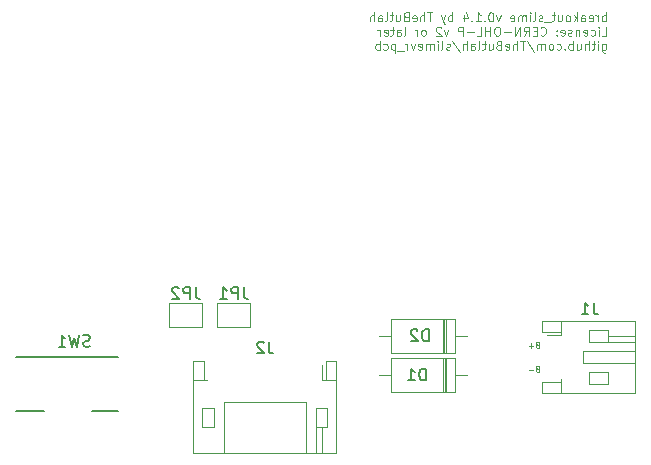
<source format=gbr>
%TF.GenerationSoftware,KiCad,Pcbnew,(6.0.2)*%
%TF.CreationDate,2022-05-25T22:27:01-04:00*%
%TF.ProjectId,breakout_slime,62726561-6b6f-4757-945f-736c696d652e,v0.1.4*%
%TF.SameCoordinates,Original*%
%TF.FileFunction,Legend,Bot*%
%TF.FilePolarity,Positive*%
%FSLAX46Y46*%
G04 Gerber Fmt 4.6, Leading zero omitted, Abs format (unit mm)*
G04 Created by KiCad (PCBNEW (6.0.2)) date 2022-05-25 22:27:01*
%MOMM*%
%LPD*%
G01*
G04 APERTURE LIST*
%ADD10C,0.100000*%
%ADD11C,0.125000*%
%ADD12C,0.150000*%
%ADD13C,0.120000*%
G04 APERTURE END LIST*
D10*
X94380809Y-59527285D02*
X94309380Y-59551095D01*
X94285571Y-59574904D01*
X94261761Y-59622523D01*
X94261761Y-59693952D01*
X94285571Y-59741571D01*
X94309380Y-59765380D01*
X94357000Y-59789190D01*
X94547476Y-59789190D01*
X94547476Y-59289190D01*
X94380809Y-59289190D01*
X94333190Y-59313000D01*
X94309380Y-59336809D01*
X94285571Y-59384428D01*
X94285571Y-59432047D01*
X94309380Y-59479666D01*
X94333190Y-59503476D01*
X94380809Y-59527285D01*
X94547476Y-59527285D01*
X94047476Y-59598714D02*
X93666523Y-59598714D01*
X94380809Y-57495285D02*
X94309380Y-57519095D01*
X94285571Y-57542904D01*
X94261761Y-57590523D01*
X94261761Y-57661952D01*
X94285571Y-57709571D01*
X94309380Y-57733380D01*
X94357000Y-57757190D01*
X94547476Y-57757190D01*
X94547476Y-57257190D01*
X94380809Y-57257190D01*
X94333190Y-57281000D01*
X94309380Y-57304809D01*
X94285571Y-57352428D01*
X94285571Y-57400047D01*
X94309380Y-57447666D01*
X94333190Y-57471476D01*
X94380809Y-57495285D01*
X94547476Y-57495285D01*
X94047476Y-57566714D02*
X93666523Y-57566714D01*
X93857000Y-57757190D02*
X93857000Y-57376238D01*
D11*
X100197178Y-30119785D02*
X100197178Y-29369785D01*
X100197178Y-29655500D02*
X100125750Y-29619785D01*
X99982892Y-29619785D01*
X99911464Y-29655500D01*
X99875750Y-29691214D01*
X99840035Y-29762642D01*
X99840035Y-29976928D01*
X99875750Y-30048357D01*
X99911464Y-30084071D01*
X99982892Y-30119785D01*
X100125750Y-30119785D01*
X100197178Y-30084071D01*
X99518607Y-30119785D02*
X99518607Y-29619785D01*
X99518607Y-29762642D02*
X99482892Y-29691214D01*
X99447178Y-29655500D01*
X99375750Y-29619785D01*
X99304321Y-29619785D01*
X98768607Y-30084071D02*
X98840035Y-30119785D01*
X98982892Y-30119785D01*
X99054321Y-30084071D01*
X99090035Y-30012642D01*
X99090035Y-29726928D01*
X99054321Y-29655500D01*
X98982892Y-29619785D01*
X98840035Y-29619785D01*
X98768607Y-29655500D01*
X98732892Y-29726928D01*
X98732892Y-29798357D01*
X99090035Y-29869785D01*
X98090035Y-30119785D02*
X98090035Y-29726928D01*
X98125750Y-29655500D01*
X98197178Y-29619785D01*
X98340035Y-29619785D01*
X98411464Y-29655500D01*
X98090035Y-30084071D02*
X98161464Y-30119785D01*
X98340035Y-30119785D01*
X98411464Y-30084071D01*
X98447178Y-30012642D01*
X98447178Y-29941214D01*
X98411464Y-29869785D01*
X98340035Y-29834071D01*
X98161464Y-29834071D01*
X98090035Y-29798357D01*
X97732892Y-30119785D02*
X97732892Y-29369785D01*
X97661464Y-29834071D02*
X97447178Y-30119785D01*
X97447178Y-29619785D02*
X97732892Y-29905500D01*
X97018607Y-30119785D02*
X97090035Y-30084071D01*
X97125750Y-30048357D01*
X97161464Y-29976928D01*
X97161464Y-29762642D01*
X97125750Y-29691214D01*
X97090035Y-29655500D01*
X97018607Y-29619785D01*
X96911464Y-29619785D01*
X96840035Y-29655500D01*
X96804321Y-29691214D01*
X96768607Y-29762642D01*
X96768607Y-29976928D01*
X96804321Y-30048357D01*
X96840035Y-30084071D01*
X96911464Y-30119785D01*
X97018607Y-30119785D01*
X96125750Y-29619785D02*
X96125750Y-30119785D01*
X96447178Y-29619785D02*
X96447178Y-30012642D01*
X96411464Y-30084071D01*
X96340035Y-30119785D01*
X96232892Y-30119785D01*
X96161464Y-30084071D01*
X96125750Y-30048357D01*
X95875750Y-29619785D02*
X95590035Y-29619785D01*
X95768607Y-29369785D02*
X95768607Y-30012642D01*
X95732892Y-30084071D01*
X95661464Y-30119785D01*
X95590035Y-30119785D01*
X95518607Y-30191214D02*
X94947178Y-30191214D01*
X94804321Y-30084071D02*
X94732892Y-30119785D01*
X94590035Y-30119785D01*
X94518607Y-30084071D01*
X94482892Y-30012642D01*
X94482892Y-29976928D01*
X94518607Y-29905500D01*
X94590035Y-29869785D01*
X94697178Y-29869785D01*
X94768607Y-29834071D01*
X94804321Y-29762642D01*
X94804321Y-29726928D01*
X94768607Y-29655500D01*
X94697178Y-29619785D01*
X94590035Y-29619785D01*
X94518607Y-29655500D01*
X94054321Y-30119785D02*
X94125750Y-30084071D01*
X94161464Y-30012642D01*
X94161464Y-29369785D01*
X93768607Y-30119785D02*
X93768607Y-29619785D01*
X93768607Y-29369785D02*
X93804321Y-29405500D01*
X93768607Y-29441214D01*
X93732892Y-29405500D01*
X93768607Y-29369785D01*
X93768607Y-29441214D01*
X93411464Y-30119785D02*
X93411464Y-29619785D01*
X93411464Y-29691214D02*
X93375750Y-29655500D01*
X93304321Y-29619785D01*
X93197178Y-29619785D01*
X93125750Y-29655500D01*
X93090035Y-29726928D01*
X93090035Y-30119785D01*
X93090035Y-29726928D02*
X93054321Y-29655500D01*
X92982892Y-29619785D01*
X92875750Y-29619785D01*
X92804321Y-29655500D01*
X92768607Y-29726928D01*
X92768607Y-30119785D01*
X92125750Y-30084071D02*
X92197178Y-30119785D01*
X92340035Y-30119785D01*
X92411464Y-30084071D01*
X92447178Y-30012642D01*
X92447178Y-29726928D01*
X92411464Y-29655500D01*
X92340035Y-29619785D01*
X92197178Y-29619785D01*
X92125750Y-29655500D01*
X92090035Y-29726928D01*
X92090035Y-29798357D01*
X92447178Y-29869785D01*
X91268607Y-29619785D02*
X91090035Y-30119785D01*
X90911464Y-29619785D01*
X90482892Y-29369785D02*
X90411464Y-29369785D01*
X90340035Y-29405500D01*
X90304321Y-29441214D01*
X90268607Y-29512642D01*
X90232892Y-29655500D01*
X90232892Y-29834071D01*
X90268607Y-29976928D01*
X90304321Y-30048357D01*
X90340035Y-30084071D01*
X90411464Y-30119785D01*
X90482892Y-30119785D01*
X90554321Y-30084071D01*
X90590035Y-30048357D01*
X90625750Y-29976928D01*
X90661464Y-29834071D01*
X90661464Y-29655500D01*
X90625750Y-29512642D01*
X90590035Y-29441214D01*
X90554321Y-29405500D01*
X90482892Y-29369785D01*
X89911464Y-30048357D02*
X89875750Y-30084071D01*
X89911464Y-30119785D01*
X89947178Y-30084071D01*
X89911464Y-30048357D01*
X89911464Y-30119785D01*
X89161464Y-30119785D02*
X89590035Y-30119785D01*
X89375750Y-30119785D02*
X89375750Y-29369785D01*
X89447178Y-29476928D01*
X89518607Y-29548357D01*
X89590035Y-29584071D01*
X88840035Y-30048357D02*
X88804321Y-30084071D01*
X88840035Y-30119785D01*
X88875750Y-30084071D01*
X88840035Y-30048357D01*
X88840035Y-30119785D01*
X88161464Y-29619785D02*
X88161464Y-30119785D01*
X88340035Y-29334071D02*
X88518607Y-29869785D01*
X88054321Y-29869785D01*
X87197178Y-30119785D02*
X87197178Y-29369785D01*
X87197178Y-29655500D02*
X87125750Y-29619785D01*
X86982892Y-29619785D01*
X86911464Y-29655500D01*
X86875750Y-29691214D01*
X86840035Y-29762642D01*
X86840035Y-29976928D01*
X86875750Y-30048357D01*
X86911464Y-30084071D01*
X86982892Y-30119785D01*
X87125750Y-30119785D01*
X87197178Y-30084071D01*
X86590035Y-29619785D02*
X86411464Y-30119785D01*
X86232892Y-29619785D02*
X86411464Y-30119785D01*
X86482892Y-30298357D01*
X86518607Y-30334071D01*
X86590035Y-30369785D01*
X85482892Y-29369785D02*
X85054321Y-29369785D01*
X85268607Y-30119785D02*
X85268607Y-29369785D01*
X84804321Y-30119785D02*
X84804321Y-29369785D01*
X84482892Y-30119785D02*
X84482892Y-29726928D01*
X84518607Y-29655500D01*
X84590035Y-29619785D01*
X84697178Y-29619785D01*
X84768607Y-29655500D01*
X84804321Y-29691214D01*
X83840035Y-30084071D02*
X83911464Y-30119785D01*
X84054321Y-30119785D01*
X84125750Y-30084071D01*
X84161464Y-30012642D01*
X84161464Y-29726928D01*
X84125750Y-29655500D01*
X84054321Y-29619785D01*
X83911464Y-29619785D01*
X83840035Y-29655500D01*
X83804321Y-29726928D01*
X83804321Y-29798357D01*
X84161464Y-29869785D01*
X83232892Y-29726928D02*
X83125750Y-29762642D01*
X83090035Y-29798357D01*
X83054321Y-29869785D01*
X83054321Y-29976928D01*
X83090035Y-30048357D01*
X83125750Y-30084071D01*
X83197178Y-30119785D01*
X83482892Y-30119785D01*
X83482892Y-29369785D01*
X83232892Y-29369785D01*
X83161464Y-29405500D01*
X83125750Y-29441214D01*
X83090035Y-29512642D01*
X83090035Y-29584071D01*
X83125750Y-29655500D01*
X83161464Y-29691214D01*
X83232892Y-29726928D01*
X83482892Y-29726928D01*
X82411464Y-29619785D02*
X82411464Y-30119785D01*
X82732892Y-29619785D02*
X82732892Y-30012642D01*
X82697178Y-30084071D01*
X82625750Y-30119785D01*
X82518607Y-30119785D01*
X82447178Y-30084071D01*
X82411464Y-30048357D01*
X82161464Y-29619785D02*
X81875750Y-29619785D01*
X82054321Y-29369785D02*
X82054321Y-30012642D01*
X82018607Y-30084071D01*
X81947178Y-30119785D01*
X81875750Y-30119785D01*
X81518607Y-30119785D02*
X81590035Y-30084071D01*
X81625750Y-30012642D01*
X81625750Y-29369785D01*
X80911464Y-30119785D02*
X80911464Y-29726928D01*
X80947178Y-29655500D01*
X81018607Y-29619785D01*
X81161464Y-29619785D01*
X81232892Y-29655500D01*
X80911464Y-30084071D02*
X80982892Y-30119785D01*
X81161464Y-30119785D01*
X81232892Y-30084071D01*
X81268607Y-30012642D01*
X81268607Y-29941214D01*
X81232892Y-29869785D01*
X81161464Y-29834071D01*
X80982892Y-29834071D01*
X80911464Y-29798357D01*
X80554321Y-30119785D02*
X80554321Y-29369785D01*
X80232892Y-30119785D02*
X80232892Y-29726928D01*
X80268607Y-29655500D01*
X80340035Y-29619785D01*
X80447178Y-29619785D01*
X80518607Y-29655500D01*
X80554321Y-29691214D01*
X99840035Y-31327285D02*
X100197178Y-31327285D01*
X100197178Y-30577285D01*
X99590035Y-31327285D02*
X99590035Y-30827285D01*
X99590035Y-30577285D02*
X99625750Y-30613000D01*
X99590035Y-30648714D01*
X99554321Y-30613000D01*
X99590035Y-30577285D01*
X99590035Y-30648714D01*
X98911464Y-31291571D02*
X98982892Y-31327285D01*
X99125750Y-31327285D01*
X99197178Y-31291571D01*
X99232892Y-31255857D01*
X99268607Y-31184428D01*
X99268607Y-30970142D01*
X99232892Y-30898714D01*
X99197178Y-30863000D01*
X99125750Y-30827285D01*
X98982892Y-30827285D01*
X98911464Y-30863000D01*
X98304321Y-31291571D02*
X98375750Y-31327285D01*
X98518607Y-31327285D01*
X98590035Y-31291571D01*
X98625750Y-31220142D01*
X98625750Y-30934428D01*
X98590035Y-30863000D01*
X98518607Y-30827285D01*
X98375750Y-30827285D01*
X98304321Y-30863000D01*
X98268607Y-30934428D01*
X98268607Y-31005857D01*
X98625750Y-31077285D01*
X97947178Y-30827285D02*
X97947178Y-31327285D01*
X97947178Y-30898714D02*
X97911464Y-30863000D01*
X97840035Y-30827285D01*
X97732892Y-30827285D01*
X97661464Y-30863000D01*
X97625750Y-30934428D01*
X97625750Y-31327285D01*
X97304321Y-31291571D02*
X97232892Y-31327285D01*
X97090035Y-31327285D01*
X97018607Y-31291571D01*
X96982892Y-31220142D01*
X96982892Y-31184428D01*
X97018607Y-31113000D01*
X97090035Y-31077285D01*
X97197178Y-31077285D01*
X97268607Y-31041571D01*
X97304321Y-30970142D01*
X97304321Y-30934428D01*
X97268607Y-30863000D01*
X97197178Y-30827285D01*
X97090035Y-30827285D01*
X97018607Y-30863000D01*
X96375750Y-31291571D02*
X96447178Y-31327285D01*
X96590035Y-31327285D01*
X96661464Y-31291571D01*
X96697178Y-31220142D01*
X96697178Y-30934428D01*
X96661464Y-30863000D01*
X96590035Y-30827285D01*
X96447178Y-30827285D01*
X96375750Y-30863000D01*
X96340035Y-30934428D01*
X96340035Y-31005857D01*
X96697178Y-31077285D01*
X96018607Y-31255857D02*
X95982892Y-31291571D01*
X96018607Y-31327285D01*
X96054321Y-31291571D01*
X96018607Y-31255857D01*
X96018607Y-31327285D01*
X96018607Y-30863000D02*
X95982892Y-30898714D01*
X96018607Y-30934428D01*
X96054321Y-30898714D01*
X96018607Y-30863000D01*
X96018607Y-30934428D01*
X94661464Y-31255857D02*
X94697178Y-31291571D01*
X94804321Y-31327285D01*
X94875750Y-31327285D01*
X94982892Y-31291571D01*
X95054321Y-31220142D01*
X95090035Y-31148714D01*
X95125750Y-31005857D01*
X95125750Y-30898714D01*
X95090035Y-30755857D01*
X95054321Y-30684428D01*
X94982892Y-30613000D01*
X94875750Y-30577285D01*
X94804321Y-30577285D01*
X94697178Y-30613000D01*
X94661464Y-30648714D01*
X94340035Y-30934428D02*
X94090035Y-30934428D01*
X93982892Y-31327285D02*
X94340035Y-31327285D01*
X94340035Y-30577285D01*
X93982892Y-30577285D01*
X93232892Y-31327285D02*
X93482892Y-30970142D01*
X93661464Y-31327285D02*
X93661464Y-30577285D01*
X93375750Y-30577285D01*
X93304321Y-30613000D01*
X93268607Y-30648714D01*
X93232892Y-30720142D01*
X93232892Y-30827285D01*
X93268607Y-30898714D01*
X93304321Y-30934428D01*
X93375750Y-30970142D01*
X93661464Y-30970142D01*
X92911464Y-31327285D02*
X92911464Y-30577285D01*
X92482892Y-31327285D01*
X92482892Y-30577285D01*
X92125750Y-31041571D02*
X91554321Y-31041571D01*
X91054321Y-30577285D02*
X90911464Y-30577285D01*
X90840035Y-30613000D01*
X90768607Y-30684428D01*
X90732892Y-30827285D01*
X90732892Y-31077285D01*
X90768607Y-31220142D01*
X90840035Y-31291571D01*
X90911464Y-31327285D01*
X91054321Y-31327285D01*
X91125750Y-31291571D01*
X91197178Y-31220142D01*
X91232892Y-31077285D01*
X91232892Y-30827285D01*
X91197178Y-30684428D01*
X91125750Y-30613000D01*
X91054321Y-30577285D01*
X90411464Y-31327285D02*
X90411464Y-30577285D01*
X90411464Y-30934428D02*
X89982892Y-30934428D01*
X89982892Y-31327285D02*
X89982892Y-30577285D01*
X89268607Y-31327285D02*
X89625750Y-31327285D01*
X89625750Y-30577285D01*
X89018607Y-31041571D02*
X88447178Y-31041571D01*
X88090035Y-31327285D02*
X88090035Y-30577285D01*
X87804321Y-30577285D01*
X87732892Y-30613000D01*
X87697178Y-30648714D01*
X87661464Y-30720142D01*
X87661464Y-30827285D01*
X87697178Y-30898714D01*
X87732892Y-30934428D01*
X87804321Y-30970142D01*
X88090035Y-30970142D01*
X86840035Y-30827285D02*
X86661464Y-31327285D01*
X86482892Y-30827285D01*
X86232892Y-30648714D02*
X86197178Y-30613000D01*
X86125750Y-30577285D01*
X85947178Y-30577285D01*
X85875750Y-30613000D01*
X85840035Y-30648714D01*
X85804321Y-30720142D01*
X85804321Y-30791571D01*
X85840035Y-30898714D01*
X86268607Y-31327285D01*
X85804321Y-31327285D01*
X84804321Y-31327285D02*
X84875750Y-31291571D01*
X84911464Y-31255857D01*
X84947178Y-31184428D01*
X84947178Y-30970142D01*
X84911464Y-30898714D01*
X84875750Y-30863000D01*
X84804321Y-30827285D01*
X84697178Y-30827285D01*
X84625750Y-30863000D01*
X84590035Y-30898714D01*
X84554321Y-30970142D01*
X84554321Y-31184428D01*
X84590035Y-31255857D01*
X84625750Y-31291571D01*
X84697178Y-31327285D01*
X84804321Y-31327285D01*
X84232892Y-31327285D02*
X84232892Y-30827285D01*
X84232892Y-30970142D02*
X84197178Y-30898714D01*
X84161464Y-30863000D01*
X84090035Y-30827285D01*
X84018607Y-30827285D01*
X83090035Y-31327285D02*
X83161464Y-31291571D01*
X83197178Y-31220142D01*
X83197178Y-30577285D01*
X82482892Y-31327285D02*
X82482892Y-30934428D01*
X82518607Y-30863000D01*
X82590035Y-30827285D01*
X82732892Y-30827285D01*
X82804321Y-30863000D01*
X82482892Y-31291571D02*
X82554321Y-31327285D01*
X82732892Y-31327285D01*
X82804321Y-31291571D01*
X82840035Y-31220142D01*
X82840035Y-31148714D01*
X82804321Y-31077285D01*
X82732892Y-31041571D01*
X82554321Y-31041571D01*
X82482892Y-31005857D01*
X82232892Y-30827285D02*
X81947178Y-30827285D01*
X82125750Y-30577285D02*
X82125750Y-31220142D01*
X82090035Y-31291571D01*
X82018607Y-31327285D01*
X81947178Y-31327285D01*
X81411464Y-31291571D02*
X81482892Y-31327285D01*
X81625750Y-31327285D01*
X81697178Y-31291571D01*
X81732892Y-31220142D01*
X81732892Y-30934428D01*
X81697178Y-30863000D01*
X81625750Y-30827285D01*
X81482892Y-30827285D01*
X81411464Y-30863000D01*
X81375750Y-30934428D01*
X81375750Y-31005857D01*
X81732892Y-31077285D01*
X81054321Y-31327285D02*
X81054321Y-30827285D01*
X81054321Y-30970142D02*
X81018607Y-30898714D01*
X80982892Y-30863000D01*
X80911464Y-30827285D01*
X80840035Y-30827285D01*
X99875750Y-32034785D02*
X99875750Y-32641928D01*
X99911464Y-32713357D01*
X99947178Y-32749071D01*
X100018607Y-32784785D01*
X100125750Y-32784785D01*
X100197178Y-32749071D01*
X99875750Y-32499071D02*
X99947178Y-32534785D01*
X100090035Y-32534785D01*
X100161464Y-32499071D01*
X100197178Y-32463357D01*
X100232892Y-32391928D01*
X100232892Y-32177642D01*
X100197178Y-32106214D01*
X100161464Y-32070500D01*
X100090035Y-32034785D01*
X99947178Y-32034785D01*
X99875750Y-32070500D01*
X99518607Y-32534785D02*
X99518607Y-32034785D01*
X99518607Y-31784785D02*
X99554321Y-31820500D01*
X99518607Y-31856214D01*
X99482892Y-31820500D01*
X99518607Y-31784785D01*
X99518607Y-31856214D01*
X99268607Y-32034785D02*
X98982892Y-32034785D01*
X99161464Y-31784785D02*
X99161464Y-32427642D01*
X99125750Y-32499071D01*
X99054321Y-32534785D01*
X98982892Y-32534785D01*
X98732892Y-32534785D02*
X98732892Y-31784785D01*
X98411464Y-32534785D02*
X98411464Y-32141928D01*
X98447178Y-32070500D01*
X98518607Y-32034785D01*
X98625749Y-32034785D01*
X98697178Y-32070500D01*
X98732892Y-32106214D01*
X97732892Y-32034785D02*
X97732892Y-32534785D01*
X98054321Y-32034785D02*
X98054321Y-32427642D01*
X98018607Y-32499071D01*
X97947178Y-32534785D01*
X97840035Y-32534785D01*
X97768607Y-32499071D01*
X97732892Y-32463357D01*
X97375749Y-32534785D02*
X97375749Y-31784785D01*
X97375749Y-32070500D02*
X97304321Y-32034785D01*
X97161464Y-32034785D01*
X97090035Y-32070500D01*
X97054321Y-32106214D01*
X97018607Y-32177642D01*
X97018607Y-32391928D01*
X97054321Y-32463357D01*
X97090035Y-32499071D01*
X97161464Y-32534785D01*
X97304321Y-32534785D01*
X97375749Y-32499071D01*
X96697178Y-32463357D02*
X96661464Y-32499071D01*
X96697178Y-32534785D01*
X96732892Y-32499071D01*
X96697178Y-32463357D01*
X96697178Y-32534785D01*
X96018607Y-32499071D02*
X96090035Y-32534785D01*
X96232892Y-32534785D01*
X96304321Y-32499071D01*
X96340035Y-32463357D01*
X96375749Y-32391928D01*
X96375749Y-32177642D01*
X96340035Y-32106214D01*
X96304321Y-32070500D01*
X96232892Y-32034785D01*
X96090035Y-32034785D01*
X96018607Y-32070500D01*
X95590035Y-32534785D02*
X95661464Y-32499071D01*
X95697178Y-32463357D01*
X95732892Y-32391928D01*
X95732892Y-32177642D01*
X95697178Y-32106214D01*
X95661464Y-32070500D01*
X95590035Y-32034785D01*
X95482892Y-32034785D01*
X95411464Y-32070500D01*
X95375749Y-32106214D01*
X95340035Y-32177642D01*
X95340035Y-32391928D01*
X95375749Y-32463357D01*
X95411464Y-32499071D01*
X95482892Y-32534785D01*
X95590035Y-32534785D01*
X95018607Y-32534785D02*
X95018607Y-32034785D01*
X95018607Y-32106214D02*
X94982892Y-32070500D01*
X94911464Y-32034785D01*
X94804321Y-32034785D01*
X94732892Y-32070500D01*
X94697178Y-32141928D01*
X94697178Y-32534785D01*
X94697178Y-32141928D02*
X94661464Y-32070500D01*
X94590035Y-32034785D01*
X94482892Y-32034785D01*
X94411464Y-32070500D01*
X94375749Y-32141928D01*
X94375749Y-32534785D01*
X93482892Y-31749071D02*
X94125749Y-32713357D01*
X93340035Y-31784785D02*
X92911464Y-31784785D01*
X93125749Y-32534785D02*
X93125749Y-31784785D01*
X92661464Y-32534785D02*
X92661464Y-31784785D01*
X92340035Y-32534785D02*
X92340035Y-32141928D01*
X92375749Y-32070500D01*
X92447178Y-32034785D01*
X92554321Y-32034785D01*
X92625749Y-32070500D01*
X92661464Y-32106214D01*
X91697178Y-32499071D02*
X91768607Y-32534785D01*
X91911464Y-32534785D01*
X91982892Y-32499071D01*
X92018607Y-32427642D01*
X92018607Y-32141928D01*
X91982892Y-32070500D01*
X91911464Y-32034785D01*
X91768607Y-32034785D01*
X91697178Y-32070500D01*
X91661464Y-32141928D01*
X91661464Y-32213357D01*
X92018607Y-32284785D01*
X91090035Y-32141928D02*
X90982892Y-32177642D01*
X90947178Y-32213357D01*
X90911464Y-32284785D01*
X90911464Y-32391928D01*
X90947178Y-32463357D01*
X90982892Y-32499071D01*
X91054321Y-32534785D01*
X91340035Y-32534785D01*
X91340035Y-31784785D01*
X91090035Y-31784785D01*
X91018607Y-31820500D01*
X90982892Y-31856214D01*
X90947178Y-31927642D01*
X90947178Y-31999071D01*
X90982892Y-32070500D01*
X91018607Y-32106214D01*
X91090035Y-32141928D01*
X91340035Y-32141928D01*
X90268607Y-32034785D02*
X90268607Y-32534785D01*
X90590035Y-32034785D02*
X90590035Y-32427642D01*
X90554321Y-32499071D01*
X90482892Y-32534785D01*
X90375749Y-32534785D01*
X90304321Y-32499071D01*
X90268607Y-32463357D01*
X90018607Y-32034785D02*
X89732892Y-32034785D01*
X89911464Y-31784785D02*
X89911464Y-32427642D01*
X89875749Y-32499071D01*
X89804321Y-32534785D01*
X89732892Y-32534785D01*
X89375749Y-32534785D02*
X89447178Y-32499071D01*
X89482892Y-32427642D01*
X89482892Y-31784785D01*
X88768607Y-32534785D02*
X88768607Y-32141928D01*
X88804321Y-32070500D01*
X88875749Y-32034785D01*
X89018607Y-32034785D01*
X89090035Y-32070500D01*
X88768607Y-32499071D02*
X88840035Y-32534785D01*
X89018607Y-32534785D01*
X89090035Y-32499071D01*
X89125749Y-32427642D01*
X89125749Y-32356214D01*
X89090035Y-32284785D01*
X89018607Y-32249071D01*
X88840035Y-32249071D01*
X88768607Y-32213357D01*
X88411464Y-32534785D02*
X88411464Y-31784785D01*
X88090035Y-32534785D02*
X88090035Y-32141928D01*
X88125749Y-32070500D01*
X88197178Y-32034785D01*
X88304321Y-32034785D01*
X88375749Y-32070500D01*
X88411464Y-32106214D01*
X87197178Y-31749071D02*
X87840035Y-32713357D01*
X86982892Y-32499071D02*
X86911464Y-32534785D01*
X86768607Y-32534785D01*
X86697178Y-32499071D01*
X86661464Y-32427642D01*
X86661464Y-32391928D01*
X86697178Y-32320500D01*
X86768607Y-32284785D01*
X86875749Y-32284785D01*
X86947178Y-32249071D01*
X86982892Y-32177642D01*
X86982892Y-32141928D01*
X86947178Y-32070500D01*
X86875749Y-32034785D01*
X86768607Y-32034785D01*
X86697178Y-32070500D01*
X86232892Y-32534785D02*
X86304321Y-32499071D01*
X86340035Y-32427642D01*
X86340035Y-31784785D01*
X85947178Y-32534785D02*
X85947178Y-32034785D01*
X85947178Y-31784785D02*
X85982892Y-31820500D01*
X85947178Y-31856214D01*
X85911464Y-31820500D01*
X85947178Y-31784785D01*
X85947178Y-31856214D01*
X85590035Y-32534785D02*
X85590035Y-32034785D01*
X85590035Y-32106214D02*
X85554321Y-32070500D01*
X85482892Y-32034785D01*
X85375749Y-32034785D01*
X85304321Y-32070500D01*
X85268607Y-32141928D01*
X85268607Y-32534785D01*
X85268607Y-32141928D02*
X85232892Y-32070500D01*
X85161464Y-32034785D01*
X85054321Y-32034785D01*
X84982892Y-32070500D01*
X84947178Y-32141928D01*
X84947178Y-32534785D01*
X84304321Y-32499071D02*
X84375749Y-32534785D01*
X84518607Y-32534785D01*
X84590035Y-32499071D01*
X84625749Y-32427642D01*
X84625749Y-32141928D01*
X84590035Y-32070500D01*
X84518607Y-32034785D01*
X84375749Y-32034785D01*
X84304321Y-32070500D01*
X84268607Y-32141928D01*
X84268607Y-32213357D01*
X84625749Y-32284785D01*
X84018607Y-32034785D02*
X83840035Y-32534785D01*
X83661464Y-32034785D01*
X83375749Y-32534785D02*
X83375749Y-32034785D01*
X83375749Y-32177642D02*
X83340035Y-32106214D01*
X83304321Y-32070500D01*
X83232892Y-32034785D01*
X83161464Y-32034785D01*
X83090035Y-32606214D02*
X82518607Y-32606214D01*
X82340035Y-32034785D02*
X82340035Y-32784785D01*
X82340035Y-32070500D02*
X82268607Y-32034785D01*
X82125749Y-32034785D01*
X82054321Y-32070500D01*
X82018607Y-32106214D01*
X81982892Y-32177642D01*
X81982892Y-32391928D01*
X82018607Y-32463357D01*
X82054321Y-32499071D01*
X82125749Y-32534785D01*
X82268607Y-32534785D01*
X82340035Y-32499071D01*
X81340035Y-32499071D02*
X81411464Y-32534785D01*
X81554321Y-32534785D01*
X81625749Y-32499071D01*
X81661464Y-32463357D01*
X81697178Y-32391928D01*
X81697178Y-32177642D01*
X81661464Y-32106214D01*
X81625749Y-32070500D01*
X81554321Y-32034785D01*
X81411464Y-32034785D01*
X81340035Y-32070500D01*
X81018607Y-32534785D02*
X81018607Y-31784785D01*
X81018607Y-32070500D02*
X80947178Y-32034785D01*
X80804321Y-32034785D01*
X80732892Y-32070500D01*
X80697178Y-32106214D01*
X80661464Y-32177642D01*
X80661464Y-32391928D01*
X80697178Y-32463357D01*
X80732892Y-32499071D01*
X80804321Y-32534785D01*
X80947178Y-32534785D01*
X81018607Y-32499071D01*
D12*
%TO.C,D2*%
X85174615Y-57202900D02*
X85174615Y-56202900D01*
X84936520Y-56202900D01*
X84793662Y-56250520D01*
X84698424Y-56345758D01*
X84650805Y-56440996D01*
X84603186Y-56631472D01*
X84603186Y-56774329D01*
X84650805Y-56964805D01*
X84698424Y-57060043D01*
X84793662Y-57155281D01*
X84936520Y-57202900D01*
X85174615Y-57202900D01*
X84222234Y-56298139D02*
X84174615Y-56250520D01*
X84079377Y-56202900D01*
X83841281Y-56202900D01*
X83746043Y-56250520D01*
X83698424Y-56298139D01*
X83650805Y-56393377D01*
X83650805Y-56488615D01*
X83698424Y-56631472D01*
X84269853Y-57202900D01*
X83650805Y-57202900D01*
%TO.C,JP2*%
X65457853Y-52624900D02*
X65457853Y-53339186D01*
X65505472Y-53482043D01*
X65600710Y-53577281D01*
X65743567Y-53624900D01*
X65838805Y-53624900D01*
X64981662Y-53624900D02*
X64981662Y-52624900D01*
X64600710Y-52624900D01*
X64505472Y-52672520D01*
X64457853Y-52720139D01*
X64410234Y-52815377D01*
X64410234Y-52958234D01*
X64457853Y-53053472D01*
X64505472Y-53101091D01*
X64600710Y-53148710D01*
X64981662Y-53148710D01*
X64029281Y-52720139D02*
X63981662Y-52672520D01*
X63886424Y-52624900D01*
X63648329Y-52624900D01*
X63553091Y-52672520D01*
X63505472Y-52720139D01*
X63457853Y-52815377D01*
X63457853Y-52910615D01*
X63505472Y-53053472D01*
X64076900Y-53624900D01*
X63457853Y-53624900D01*
%TO.C,JP1*%
X69521853Y-52624900D02*
X69521853Y-53339186D01*
X69569472Y-53482043D01*
X69664710Y-53577281D01*
X69807567Y-53624900D01*
X69902805Y-53624900D01*
X69045662Y-53624900D02*
X69045662Y-52624900D01*
X68664710Y-52624900D01*
X68569472Y-52672520D01*
X68521853Y-52720139D01*
X68474234Y-52815377D01*
X68474234Y-52958234D01*
X68521853Y-53053472D01*
X68569472Y-53101091D01*
X68664710Y-53148710D01*
X69045662Y-53148710D01*
X67521853Y-53624900D02*
X68093281Y-53624900D01*
X67807567Y-53624900D02*
X67807567Y-52624900D01*
X67902805Y-52767758D01*
X67998043Y-52862996D01*
X68093281Y-52910615D01*
%TO.C,J2*%
X71644333Y-57227380D02*
X71644333Y-57941666D01*
X71691952Y-58084523D01*
X71787190Y-58179761D01*
X71930047Y-58227380D01*
X72025285Y-58227380D01*
X71215761Y-57322619D02*
X71168142Y-57275000D01*
X71072904Y-57227380D01*
X70834809Y-57227380D01*
X70739571Y-57275000D01*
X70691952Y-57322619D01*
X70644333Y-57417857D01*
X70644333Y-57513095D01*
X70691952Y-57655952D01*
X71263380Y-58227380D01*
X70644333Y-58227380D01*
%TO.C,D1*%
X84939095Y-60523380D02*
X84939095Y-59523380D01*
X84701000Y-59523380D01*
X84558142Y-59571000D01*
X84462904Y-59666238D01*
X84415285Y-59761476D01*
X84367666Y-59951952D01*
X84367666Y-60094809D01*
X84415285Y-60285285D01*
X84462904Y-60380523D01*
X84558142Y-60475761D01*
X84701000Y-60523380D01*
X84939095Y-60523380D01*
X83415285Y-60523380D02*
X83986714Y-60523380D01*
X83701000Y-60523380D02*
X83701000Y-59523380D01*
X83796238Y-59666238D01*
X83891476Y-59761476D01*
X83986714Y-59809095D01*
%TO.C,SW1*%
X56507333Y-57619270D02*
X56364476Y-57666889D01*
X56126380Y-57666889D01*
X56031142Y-57619270D01*
X55983523Y-57571651D01*
X55935904Y-57476413D01*
X55935904Y-57381175D01*
X55983523Y-57285937D01*
X56031142Y-57238318D01*
X56126380Y-57190699D01*
X56316857Y-57143080D01*
X56412095Y-57095461D01*
X56459714Y-57047842D01*
X56507333Y-56952604D01*
X56507333Y-56857366D01*
X56459714Y-56762128D01*
X56412095Y-56714509D01*
X56316857Y-56666889D01*
X56078761Y-56666889D01*
X55935904Y-56714509D01*
X55602571Y-56666889D02*
X55364476Y-57666889D01*
X55174000Y-56952604D01*
X54983523Y-57666889D01*
X54745428Y-56666889D01*
X53840666Y-57666889D02*
X54412095Y-57666889D01*
X54126380Y-57666889D02*
X54126380Y-56666889D01*
X54221619Y-56809747D01*
X54316857Y-56904985D01*
X54412095Y-56952604D01*
%TO.C,J1*%
X99139333Y-53935380D02*
X99139333Y-54649666D01*
X99186952Y-54792523D01*
X99282190Y-54887761D01*
X99425047Y-54935380D01*
X99520285Y-54935380D01*
X98139333Y-54935380D02*
X98710761Y-54935380D01*
X98425047Y-54935380D02*
X98425047Y-53935380D01*
X98520285Y-54078238D01*
X98615523Y-54173476D01*
X98710761Y-54221095D01*
D13*
%TO.C,D2*%
X86390520Y-55280520D02*
X86390520Y-58220520D01*
X81970520Y-55280520D02*
X87410520Y-55280520D01*
X86510520Y-55280520D02*
X86510520Y-58220520D01*
X88430520Y-56750520D02*
X87410520Y-56750520D01*
X80950520Y-56750520D02*
X81970520Y-56750520D01*
X81970520Y-58220520D02*
X81970520Y-55280520D01*
X86630520Y-55280520D02*
X86630520Y-58220520D01*
X87410520Y-55280520D02*
X87410520Y-58220520D01*
X87410520Y-58220520D02*
X81970520Y-58220520D01*
%TO.C,JP2*%
X63224520Y-55972520D02*
X66024520Y-55972520D01*
X66024520Y-53972520D02*
X63224520Y-53972520D01*
X66024520Y-55972520D02*
X66024520Y-53972520D01*
X63224520Y-53972520D02*
X63224520Y-55972520D01*
%TO.C,JP1*%
X70088520Y-53972520D02*
X67288520Y-53972520D01*
X67288520Y-53972520D02*
X67288520Y-55972520D01*
X67288520Y-55972520D02*
X70088520Y-55972520D01*
X70088520Y-55972520D02*
X70088520Y-53972520D01*
%TO.C,J2*%
X76111000Y-64425000D02*
X76111000Y-66685000D01*
X76451000Y-60465000D02*
X76451000Y-58865000D01*
X75611000Y-62825000D02*
X76611000Y-62825000D01*
X67811000Y-62325000D02*
X67811000Y-66685000D01*
X77371000Y-60465000D02*
X76451000Y-60465000D01*
X75611000Y-64425000D02*
X75611000Y-66685000D01*
X65251000Y-66685000D02*
X65251000Y-58865000D01*
X65251000Y-60465000D02*
X66171000Y-60465000D01*
X67011000Y-64425000D02*
X67011000Y-62825000D01*
X74811000Y-62325000D02*
X67811000Y-62325000D01*
X66171000Y-60465000D02*
X66451000Y-60465000D01*
X67011000Y-62825000D02*
X66011000Y-62825000D01*
X66011000Y-64425000D02*
X67011000Y-64425000D01*
X76611000Y-62825000D02*
X76611000Y-64425000D01*
X66171000Y-58865000D02*
X66171000Y-60465000D01*
X76171000Y-60465000D02*
X76171000Y-59250000D01*
X77371000Y-58865000D02*
X77371000Y-66685000D01*
X76611000Y-64425000D02*
X75611000Y-64425000D01*
X77371000Y-66685000D02*
X65251000Y-66685000D01*
X76451000Y-58865000D02*
X77371000Y-58865000D01*
X74811000Y-66685000D02*
X74811000Y-62325000D01*
X65251000Y-58865000D02*
X66171000Y-58865000D01*
X66011000Y-62825000D02*
X66011000Y-64425000D01*
X75611000Y-64425000D02*
X75611000Y-62825000D01*
X76171000Y-60465000D02*
X76451000Y-60465000D01*
%TO.C,D1*%
X81989000Y-61541000D02*
X81989000Y-58601000D01*
X86409000Y-58601000D02*
X86409000Y-61541000D01*
X81989000Y-58601000D02*
X87429000Y-58601000D01*
X86529000Y-58601000D02*
X86529000Y-61541000D01*
X80969000Y-60071000D02*
X81989000Y-60071000D01*
X87429000Y-61541000D02*
X81989000Y-61541000D01*
X86649000Y-58601000D02*
X86649000Y-61541000D01*
X87429000Y-58601000D02*
X87429000Y-61541000D01*
X88449000Y-60071000D02*
X87429000Y-60071000D01*
D12*
%TO.C,SW1*%
X58874000Y-58514509D02*
X50274000Y-58514509D01*
X52574000Y-63114509D02*
X50274000Y-63114509D01*
X58874000Y-63114509D02*
X56674000Y-63114509D01*
D13*
%TO.C,J1*%
X96406000Y-55487000D02*
X96406000Y-56407000D01*
X96406000Y-56407000D02*
X94806000Y-56407000D01*
X98766000Y-57247000D02*
X98766000Y-56247000D01*
X102626000Y-58047000D02*
X98266000Y-58047000D01*
X100366000Y-56247000D02*
X100366000Y-57247000D01*
X100366000Y-57247000D02*
X98766000Y-57247000D01*
X94806000Y-61607000D02*
X94806000Y-60687000D01*
X96406000Y-56687000D02*
X95191000Y-56687000D01*
X102626000Y-61607000D02*
X94806000Y-61607000D01*
X94806000Y-56407000D02*
X94806000Y-55487000D01*
X96406000Y-56687000D02*
X96406000Y-56407000D01*
X102626000Y-55487000D02*
X102626000Y-61607000D01*
X94806000Y-60687000D02*
X96406000Y-60687000D01*
X100366000Y-59847000D02*
X98766000Y-59847000D01*
X98766000Y-59847000D02*
X98766000Y-60847000D01*
X94806000Y-55487000D02*
X102626000Y-55487000D01*
X96406000Y-61607000D02*
X96406000Y-60687000D01*
X98266000Y-58047000D02*
X98266000Y-59047000D01*
X98266000Y-59047000D02*
X102626000Y-59047000D01*
X98766000Y-56247000D02*
X100366000Y-56247000D01*
X100366000Y-56747000D02*
X102626000Y-56747000D01*
X96406000Y-60687000D02*
X96406000Y-60407000D01*
X98766000Y-60847000D02*
X100366000Y-60847000D01*
X100366000Y-60847000D02*
X100366000Y-59847000D01*
X100366000Y-57247000D02*
X102626000Y-57247000D01*
%TD*%
M02*

</source>
